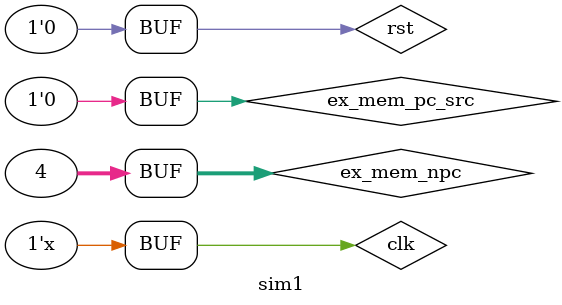
<source format=v>
`timescale 1ns / 1ps

module sim1;

   // Inputs
    reg clk;
    reg rst;
    reg ex_mem_pc_src;
    reg [31:0] ex_mem_npc;

    wire [31:0] if_id_instr;
    wire [31:0] if_id_npc;

  
    fetch dut(
        .clk(clk),
        .rst(rst),
        .ex_mem_pc_src(ex_mem_pc_src),
        .ex_mem_npc(ex_mem_npc),
        .if_id_instr(if_id_instr),
        .if_id_npc(if_id_npc)
    );
    initial clk = 0;
    always #5 clk = ~clk;
    initial begin
        rst = 1;
        ex_mem_pc_src = 0;
        ex_mem_npc = 32'b0;

        #15; 
        rst = 0;

        #200;
        
        ex_mem_npc = 32'h00000004;
        ex_mem_pc_src = 1;
        #20
        ex_mem_pc_src = 0;
        
        
    end

endmodule

</source>
